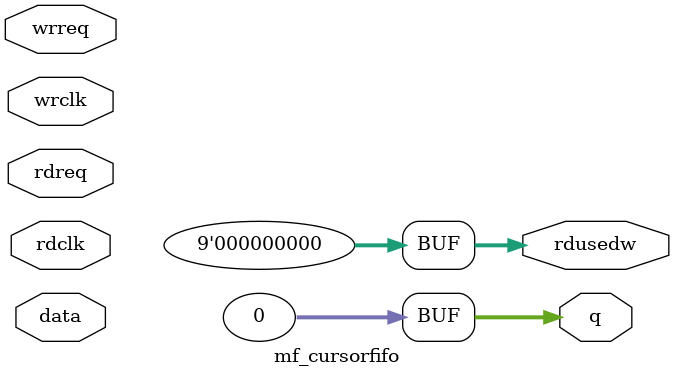
<source format=v>
module mf_cursorfifo(	// file.cleaned.mlir:2:3
  input  [31:0] data,	// file.cleaned.mlir:2:31
  input         rdclk,	// file.cleaned.mlir:2:47
                rdreq,	// file.cleaned.mlir:2:63
                wrclk,	// file.cleaned.mlir:2:79
                wrreq,	// file.cleaned.mlir:2:95
  output [31:0] q,	// file.cleaned.mlir:2:112
  output [8:0]  rdusedw	// file.cleaned.mlir:2:125
);

  assign q = 32'h0;	// file.cleaned.mlir:3:15, :5:5
  assign rdusedw = 9'h0;	// file.cleaned.mlir:4:14, :5:5
endmodule


</source>
